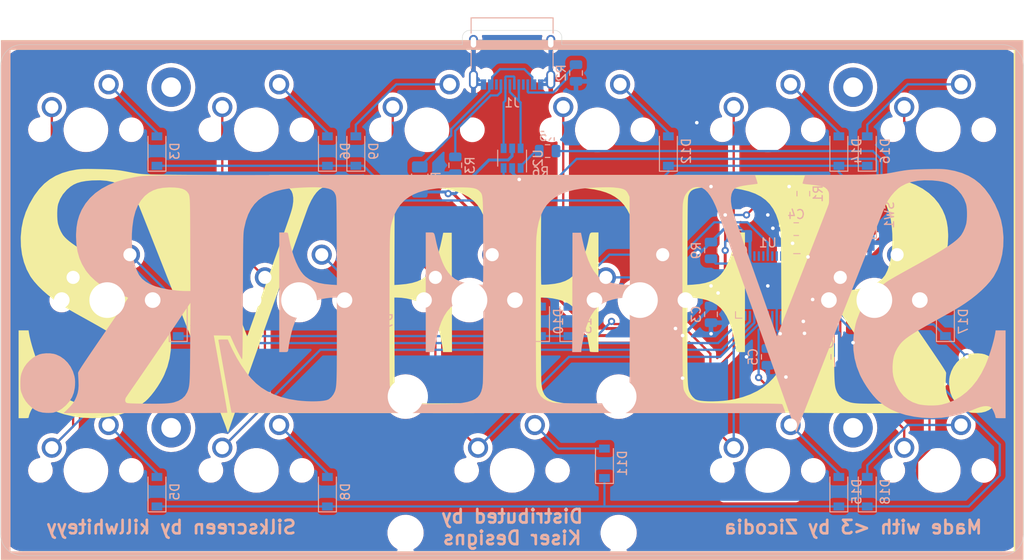
<source format=kicad_pcb>
(kicad_pcb (version 20211014) (generator pcbnew)
  (layers (0 "F.Cu" signal) (31 "B.Cu" signal) (34 "B.Paste" user) (35 "F.Paste" user) (36 "B.SilkS" user "B.Silkscreen") (37 "F.SilkS" user "F.Silkscreen") (38 "B.Mask" user) (39 "F.Mask" user) (44 "Edge.Cuts" user))
  (net 0 "")
  (net 1 "XTAL2")
  (net 2 "XTAL1")
  (net 3 "VBUS")
  (net 4 "Row2")
  (net 5 "Row1")
  (net 6 "Row0")
  (net 7 "Reset")
  (net 8 "Net-(R9-Pad2)")
  (net 9 "Net-(R6-Pad1)")
  (net 10 "Net-(R5-Pad1)")
  (net 11 "Net-(J1-PadB5)")
  (net 12 "Net-(J1-PadA5)")
  (net 13 "Net-(D9-Pad2)")
  (net 14 "Net-(D8-Pad2)")
  (net 15 "Net-(D7-Pad2)")
  (net 16 "Net-(D6-Pad2)")
  (net 17 "Net-(D5-Pad2)")
  (net 18 "Net-(D4-Pad2)")
  (net 19 "Net-(D3-Pad2)")
  (net 20 "Net-(D18-Pad2)")
  (net 21 "Net-(D17-Pad2)")
  (net 22 "Net-(D16-Pad2)")
  (net 23 "Net-(D15-Pad2)")
  (net 24 "Net-(D14-Pad2)")
  (net 25 "Net-(D13-Pad2)")
  (net 26 "Net-(D12-Pad2)")
  (net 27 "Net-(D11-Pad2)")
  (net 28 "Net-(D10-Pad2)")
  (net 29 "Net-(C7-Pad1)")
  (net 30 "GND")
  (net 31 "D_BUS-")
  (net 32 "D_BUS+")
  (net 33 "D-")
  (net 34 "D+")
  (net 35 "Col5")
  (net 36 "Col4")
  (net 37 "Col3")
  (net 38 "Col2")
  (net 39 "Col1")
  (net 40 "Col0")
  (net 41 "+5V")
  (footprint "MX_Only:MXOnly-1U-NoLED" (layer "F.Cu") (at 35.71875 126.20625)
    (fp_text reference "MX1")
    (fp_text value "MX-NoLED")
  )
  (footprint "MX_Only:MXOnly-1.25U-NoLED" (layer "F.Cu") (at 38.1 145.25625)
    (fp_text reference "MX2")
    (fp_text value "MX-NoLED")
  )
  (footprint "MX_Only:MXOnly-1U-NoLED" (layer "F.Cu") (at 35.71875 164.30625)
    (fp_text reference "MX3")
    (fp_text value "MX-NoLED")
  )
  (footprint "MX_Only:MXOnly-1U-NoLED" (layer "F.Cu") (at 54.76875 126.20625)
    (fp_text reference "MX4")
    (fp_text value "MX-NoLED")
  )
  (footprint "MX_Only:MXOnly-1U-NoLED" (layer "F.Cu") (at 59.53125 145.25625)
    (fp_text reference "MX5")
    (fp_text value "MX-NoLED")
  )
  (footprint "MX_Only:MXOnly-1U-NoLED" (layer "F.Cu") (at 54.76875 164.30625)
    (fp_text reference "MX6")
    (fp_text value "MX-NoLED")
  )
  (footprint "MX_Only:MXOnly-1U-NoLED" (layer "F.Cu") (at 73.81875 126.20625)
    (fp_text reference "MX7")
    (fp_text value "MX-NoLED")
  )
  (footprint "MX_Only:MXOnly-1U-NoLED" (layer "F.Cu") (at 78.58125 145.25625)
    (fp_text reference "MX8")
    (fp_text value "MX-NoLED")
  )
  (footprint "MX_Only:MXOnly-2U-ReversedStabilizers-NoLED" (layer "F.Cu") (at 83.34375 164.30625)
    (fp_text reference "MX9")
    (fp_text value "MX-NoLED")
  )
  (footprint "MX_Only:MXOnly-1U-NoLED" (layer "F.Cu") (at 97.63125 145.25625)
    (fp_text reference "MX11")
    (fp_text value "MX-NoLED")
  )
  (footprint "MX_Only:MXOnly-1U-NoLED" (layer "F.Cu") (at 111.91875 126.20625)
    (fp_text reference "MX12")
    (fp_text value "MX-NoLED")
  )
  (footprint "MX_Only:MXOnly-1U-NoLED" (layer "F.Cu") (at 130.96875 126.20625)
    (fp_text reference "MX14")
    (fp_text value "MX-NoLED")
  )
  (footprint "MX_Only:MXOnly-1.75U-NoLED" (layer "F.Cu") (at 123.825 145.25625)
    (fp_text reference "MX15")
    (fp_text value "MX-NoLED")
  )
  (footprint "MX_Only:MXOnly-1U-NoLED" (layer "F.Cu") (at 130.96875 164.30625)
    (fp_text reference "MX16")
    (fp_text value "MX-NoLED")
  )
  (footprint "MX_Only:MXOnly-1U-NoLED" (layer "F.Cu") (at 92.86875 126.20625)
    (fp_text reference "MX10")
    (fp_text value "MX-NoLED")
  )
  (footprint "MX_Only:MXOnly-1U-NoLED" (layer "F.Cu") (at 111.91875 164.30625)
    (fp_text reference "MX13")
    (fp_text value "MX-NoLED")
  )
  (footprint "cftkb:MountingHole_2.2mm_M2_Pad" (layer "F.Cu") (at 121.44375 121.44375)
    (fp_text reference "REF**" hide)
    (fp_text value "MountingHole_2.2mm_M2_Pad")
  )
  (footprint "cftkb:MountingHole_2.2mm_M2_Pad" (layer "F.Cu") (at 45.24375 159.54375)
    (fp_text reference "REF**" hide)
    (fp_text value "MountingHole_2.2mm_M2_Pad")
  )
  (footprint "cftkb:MountingHole_2.2mm_M2_Pad" (layer "F.Cu") (at 121.44375 159.54375)
    (fp_text reference "REF**" hide)
    (fp_text value "MountingHole_2.2mm_M2_Pad")
  )
  (footprint "" (layer "F.Cu") (at 45.24375 121.44375)
    (fp_text reference "")
    (fp_text value "")
  )
  (footprint "LOGO" (layer "F.Cu") (at 83.34375 145.25625)
    (fp_text reference "G***")
    (fp_text value "LOGO" hide)
  )
  (footprint "Capacitor_SMD:C_0504_1310Metric" (layer "B.Cu") (at 117.58 143.31 90)
    (fp_text reference "C7")
    (fp_text value "1uF")
  )
  (footprint "Diode_SMD:D_SOD-123" (layer "B.Cu") (at 43.65625 128.5875 90)
    (fp_text reference "D3")
    (fp_text value "D_Small")
  )
  (footprint "Diode_SMD:D_SOD-123" (layer "B.Cu") (at 46.0375 147.6375 90)
    (fp_text reference "D4")
    (fp_text value "D_Small")
  )
  (footprint "Diode_SMD:D_SOD-123" (layer "B.Cu") (at 43.65625 166.6875 90)
    (fp_text reference "D5")
    (fp_text value "D_Small")
  )
  (footprint "Diode_SMD:D_SOD-123" (layer "B.Cu") (at 62.70625 128.5875 90)
    (fp_text reference "D6")
    (fp_text value "D_Small")
  )
  (footprint "Diode_SMD:D_SOD-123" (layer "B.Cu") (at 67.46875 147.6375 90)
    (fp_text reference "D7")
    (fp_text value "D_Small")
  )
  (footprint "Diode_SMD:D_SOD-123" (layer "B.Cu") (at 62.70625 166.6875 90)
    (fp_text reference "D8")
    (fp_text value "D_Small")
  )
  (footprint "Diode_SMD:D_SOD-123" (layer "B.Cu") (at 65.88125 128.5875 90)
    (fp_text reference "D9")
    (fp_text value "D_Small")
  )
  (footprint "Diode_SMD:D_SOD-123" (layer "B.Cu") (at 86.51875 147.6375 90)
    (fp_text reference "D10")
    (fp_text value "D_Small")
  )
  (footprint "Diode_SMD:D_SOD-123" (layer "B.Cu") (at 93.6625 163.5125 90)
    (fp_text reference "D11")
    (fp_text value "D_Small")
  )
  (footprint "Diode_SMD:D_SOD-123" (layer "B.Cu") (at 100.80625 128.5875 90)
    (fp_text reference "D12")
    (fp_text value "D_Small")
  )
  (footprint "Diode_SMD:D_SOD-123" (layer "B.Cu") (at 119.85625 128.5875 90)
    (fp_text reference "D14")
    (fp_text value "D_Small")
  )
  (footprint "Diode_SMD:D_SOD-123" (layer "B.Cu") (at 119.85625 166.6875 90)
    (fp_text reference "D15")
    (fp_text value "D_Small")
  )
  (footprint "Diode_SMD:D_SOD-123" (layer "B.Cu") (at 123.03125 128.5875 90)
    (fp_text reference "D16")
    (fp_text value "D_Small")
  )
  (footprint "Diode_SMD:D_SOD-123" (layer "B.Cu") (at 131.7625 147.6375 90)
    (fp_text reference "D17")
    (fp_text value "D_Small")
  )
  (footprint "Resistor_SMD:R_0805_2012Metric" (layer "B.Cu") (at 115.8875 133.35 90)
    (fp_text reference "R1")
    (fp_text value "10k")
  )
  (footprint "Resistor_SMD:R_0805_2012Metric" (layer "B.Cu") (at 90.4875 119.85625 -90)
    (fp_text reference "R2")
    (fp_text value "5.1k")
  )
  (footprint "Resistor_SMD:R_0805_2012Metric" (layer "B.Cu") (at 76.99375 130.175 90)
    (fp_text reference "R3")
    (fp_text value "5.1k")
  )
  (footprint "Resistor_SMD:R_0805_2012Metric" (layer "B.Cu") (at 87.3125 128.5875 180)
    (fp_text reference "R5")
    (fp_text value "22")
  )
  (footprint "Resistor_SMD:R_0805_2012Metric" (layer "B.Cu") (at 86.51875 132.55625 180)
    (fp_text reference "R6")
    (fp_text value "22")
  )
  (footprint "random-keyboard-parts:SKQG-1155865" (layer "B.Cu") (at 121.44375 135.73125 -90)
    (fp_text reference "SW1")
    (fp_text value "SW_Push")
  )
  (footprint "Package_DFN_QFN:QFN-44-1EP_7x7mm_P0.5mm_EP5.2x5.2mm" (layer "B.Cu") (at 111.91875 143.66875 180)
    (fp_text reference "U1")
    (fp_text value "ATmega32U4-MU")
  )
  (footprint "Crystal:Crystal_SMD_3225-4Pin_3.2x2.5mm" (layer "B.Cu") (at 115.09375 151.60625)
    (fp_text reference "Y1")
    (fp_text value "16 MHz")
  )
  (footprint "Fuse:Fuse_1206_3216Metric" (layer "B.Cu") (at 73.025 131.7625 90)
    (fp_text reference "F1")
    (fp_text value "500mA")
  )
  (footprint "Diode_SMD:D_SOD-123" (layer "B.Cu") (at 89.69375 147.6375 90)
    (fp_text reference "D13")
    (fp_text value "D_Small")
  )
  (footprint "Diode_SMD:D_SOD-123" (layer "B.Cu") (at 123.03125 166.6875 90)
    (fp_text reference "D18")
    (fp_text value "D_Small")
  )
  (footprint "Capacitor_SMD:C_0805_2012Metric" (layer "B.Cu") (at 118.26875 151.60625 -90)
    (fp_text reference "C6")
    (fp_text value "22pF")
  )
  (footprint "Capacitor_SMD:C_0805_2012Metric" (layer "B.Cu") (at 108.74375 138.1125)
    (fp_text reference "C1")
    (fp_text value "0.1uF")
  )
  (footprint "USB_Connectors:USB_C_Receptacle_XKB_U262-16XN-4BVC11" (layer "B.Cu") (at 83.34375 117.475)
    (fp_text reference "J1")
    (fp_text value "USB_C_Receptacle_USB2.0")
  )
  (footprint "Package_TO_SOT_SMD:SOT-23-6" (layer "B.Cu") (at 83.34375 129.38125 90)
    (fp_text reference "U2")
    (fp_text value "USBLC6-2SC6")
  )
  (footprint "Capacitor_SMD:C_0805_2012Metric" (layer "B.Cu") (at 111.91875 151.60625 -90)
    (fp_text reference "C5")
    (fp_text value "22pF")
  )
  (footprint "Capacitor_SMD:C_0805_2012Metric" (layer "B.Cu") (at 105.56875 146.84375 -90)
    (fp_text reference "C3")
    (fp_text value "0.1uF")
  )
  (footprint "Capacitor_SMD:C_0805_2012Metric" (layer "B.Cu") (at 115.09375 137.31875 180)
    (fp_text reference "C4")
    (fp_text value "10uF")
  )
  (footprint "Capacitor_SMD:C_0805_2012Metric" (layer "B.Cu") (at 118.4125 148.43125)
    (fp_text reference "C2")
    (fp_text value "0.1uF")
  )
  (footprint "Resistor_SMD:R_0805_2012Metric" (layer "B.Cu") (at 105.56875 139.7 -90)
    (fp_text reference "R9")
    (fp_text value "10k")
  )
  (footprint "LOGO" (layer "B.Cu") (at 83.34375 145.25625 180)
    (fp_text reference "G***")
    (fp_text value "LOGO" hide)
  )
  (gr_line (start 138.1125 116.68125) (end 88.9 116.68125) (layer "Edge.Cuts") (width 0.05))
  (gr_arc (start 140.49375 171.45) (mid 139.796298 173.133798) (end 138.1125 173.83125) (layer "Edge.Cuts") (width 0.05))
  (gr_line (start 88.10625 115.09375) (end 78.58125 115.09375) (layer "Edge.Cuts") (width 0.05))
  (gr_line (start 140.49375 171.45) (end 140.49375 119.0625) (layer "Edge.Cuts") (width 0.05))
  (gr_line (start 26.19375 119.0625) (end 26.19375 171.45) (layer "Edge.Cuts") (width 0.05))
  (gr_arc (start 28.575 173.83125) (mid 26.891202 173.133798) (end 26.19375 171.45) (layer "Edge.Cuts") (width 0.05))
  (gr_line (start 28.575 173.83125) (end 138.1125 173.83125) (layer "Edge.Cuts") (width 0.05))
  (gr_line (start 88.9 116.68125) (end 88.9 115.8875) (layer "Edge.Cuts") (width 0.05))
  (gr_arc (start 88.10625 115.09375) (mid 88.667516 115.326234) (end 88.9 115.8875) (layer "Edge.Cuts") (width 0.05))
  (gr_arc (start 26.19375 119.0625) (mid 26.891202 117.378702) (end 28.575 116.68125) (layer "Edge.Cuts") (width 0.05))
  (gr_line (start 77.7875 116.68125) (end 28.575 116.68125) (layer "Edge.Cuts") (width 0.05))
  (gr_arc (start 138.1125 116.68125) (mid 139.796298 117.378702) (end 140.49375 119.0625) (layer "Edge.Cuts") (width 0.05))
  (gr_arc (start 77.7875 115.8875) (mid 78.019984 115.326234) (end 78.58125 115.09375) (layer "Edge.Cuts") (width 0.05))
  (gr_line (start 77.7875 115.8875) (end 77.7875 116.68125) (layer "Edge.Cuts") (width 0.05))
  (gr_text "Silkscreen by killwhiteyy" (at 45.24375 170.65625) (layer "B.SilkS") (effects (font (size 1.5 1.5) (thickness 0.3)) (justify mirror)))
  (gr_text "Made with <3 by Zicodia" (at 121.44375 170.65625) (layer "B.SilkS") (effects (font (size 1.5 1.5) (thickness 0.3)) (justify mirror)))
  (gr_text "Distributed by\nKiser Designs" (at 83.34375 170.65625) (layer "B.SilkS") (effects (font (size 1.5 1.5) (thickness 0.3)) (justify mirror)))
  (segment (start 119.29576 150.188582) (end 119.29576 151.51674) (width 0.254) (layer "B.Cu") (net 1))
  (segment (start 112.41875 149.432542) (end 112.815457 149.829249) (width 0.254) (layer "B.Cu") (net 1))
  (segment (start 118.936427 149.829249) (end 119.29576 150.188582) (width 0.254) (layer "B.Cu") (net 1))
  (segment (start 119.29576 151.51674) (end 118.26875 152.54375) (width 0.254) (layer "B.Cu") (net 1))
  (segment (start 118.18125 152.45625) (end 118.26875 152.54375) (width 0.254) (layer "B.Cu") (net 1))
  (segment (start 112.41875 147.00625) (end 112.41875 149.432542) (width 0.254) (layer "B.Cu") (net 1))
  (segment (start 116.19375 152.45625) (end 118.18125 152.45625) (width 0.254) (layer "B.Cu") (net 1))
  (segment (start 112.815457 149.829249) (end 118.936427 149.829249) (width 0.254) (layer "B.Cu") (net 1))
  (segment (start 113.90625 150.66875) (end 113.99375 150.75625) (width 0.254) (layer "B.Cu") (net 2))
  (segment (start 111.91875 150.66875) (end 111.91875 147.00625) (width 0.254) (layer "B.Cu") (net 2))
  (segment (start 111.91875 150.66875) (end 113.90625 150.66875) (width 0.254) (layer "B.Cu") (net 2))
  (segment (start 73.025 130.3625) (end 76.53974 126.84776) (width 0.254) (layer "B.Cu") (net 3))
  (segment (start 81.997149 119.427999) (end 84.705749 119.427999) (width 0.254) (layer "B.Cu") (net 3))
  (segment (start 84.705749 119.427999) (end 85.59375 120.316) (width 0.254) (layer "B.Cu") (net 3))
  (segment (start 76.53974 126.12401) (end 80.79375 121.87) (width 0.254) (layer "B.Cu") (net 3))
  (segment (start 85.59375 120.316) (end 85.59375 121.145) (width 0.254) (layer "B.Cu") (net 3))
  (segment (start 81.116749 120.308399) (end 81.997149 119.427999) (width 0.254) (layer "B.Cu") (net 3))
  (segment (start 85.89375 121.145) (end 85.59375 121.145) (width 0.254) (layer "B.Cu") (net 3))
  (segment (start 80.79375 121.145) (end 81.116749 120.822001) (width 0.254) (layer "B.Cu") (net 3))
  (segment (start 81.116749 120.822001) (end 81.116749 120.308399) (width 0.254) (layer "B.Cu") (net 3))
  (segment (start 80.79375 121.87) (end 80.79375 121.145) (width 0.254) (layer "B.Cu") (net 3))
  (segment (start 76.53974 126.84776) (end 76.53974 126.12401) (width 0.254) (layer "B.Cu") (net 3))
  (segment (start 124.862712 148.43125) (end 121.10125 148.43125) (width 0.254) (layer "B.Cu") (net 4))
  (segment (start 121.10125 148.43125) (end 120.006568 147.336568) (width 0.254) (layer "B.Cu") (net 4))
  (segment (start 116.188432 146.910989) (end 115.998489 146.910989) (width 0.254) (layer "B.Cu") (net 4))
  (segment (start 137.84 161.408538) (end 124.862712 148.43125) (width 0.254) (layer "B.Cu") (net 4))
  (segment (start 115.998489 146.910989) (end 115.25625 146.16875) (width 0.254) (layer "B.Cu") (net 4))
  (segment (start 93.648122 168.3375) (end 43.65625 168.3375) (width 0.254) (layer "B.Cu") (net 4))
  (segment (start 93.6625 168.323122) (end 93.648122 168.3375) (width 0.254) (layer "B.Cu") (net 4))
  (segment (start 137.84 164.86) (end 137.84 161.408538) (width 0.254) (layer "B.Cu") (net 4))
  (segment (start 116.614011 147.336568) (end 116.188432 146.910989) (width 0.254) (layer "B.Cu") (net 4))
  (segment (start 120.006568 147.336568) (end 116.614011 147.336568) (width 0.254) (layer "B.Cu") (net 4))
  (segment (start 93.6625 165.1625) (end 93.6625 168.323122) (width 0.254) (layer "B.Cu") (net 4))
  (segment (start 123.03125 168.3375) (end 93.648122 168.3375) (width 0.254) (layer "B.Cu") (net 4))
  (segment (start 123.03125 168.3375) (end 134.3625 168.3375) (width 0.254) (layer "B.Cu") (net 4))
  (segment (start 134.3625 168.3375) (end 137.84 164.86) (width 0.254) (layer "B.Cu") (net 4))
  (segment (start 105.21 153.786193) (end 105.21 165.43) (width 0.254) (layer "F.Cu") (net 5))
  (segment (start 128.598329 163.324388) (end 129.986888 161.935829) (width 0.254) (layer "F.Cu") (net 5))
  (segment (start 101.299068 147.704739) (end 101.949451 147.704739) (width 0.254) (layer "F.Cu") (net 5))
  (segment (start 107.02 167.24) (end 115.015361 167.24) (width 0.254) (layer "F.Cu") (net 5))
  (segment (start 105.501511 153.494682) (end 105.21 153.786193) (width 0.254) (layer "F.Cu") (net 5))
  (segment (start 115.015361 167.24) (end 115.62821 166.627151) (width 0.254) (layer "F.Cu") (net 5))
  (segment (start 101.064177 147.93963) (end 101.299068 147.704739) (width 0.254) (layer "F.Cu") (net 5))
  (segment (start 129.986888 161.935829) (end 129.986888 155.763112) (width 0.254) (layer "F.Cu") (net 5))
  (segment (start 115.62821 166.627151) (end 127.25929 166.627151) (width 0.254) (layer "F.Cu") (net 5))
  (segment (start 94.75838 147.93963) (end 101.064177 147.93963) (width 0.254) (layer "F.Cu") (net 5))
  (segment (start 128.598329 165.288112) (end 128.598329 163.324388) (width 0.254) (layer "F.Cu") (net 5))
  (segment (start 101.949451 147.704739) (end 105.501511 151.256799) (width 0.254) (layer "F.Cu") (net 5))
  (segment (start 127.25929 166.627151) (end 128.598329 165.288112) (width 0.254) (layer "F.Cu") (net 5))
  (segment (start 94.45625 147.6375) (end 94.75838 147.93963) (width 0.254) (layer "F.Cu") (net 5))
  (segment (start 129.986888 155.763112) (end 134.14375 151.60625) (width 0.254) (layer "F.Cu") (net 5))
  (segment (start 105.501511 151.256799) (end 105.501511 153.494682) (width 0.254) (layer "F.Cu") (net 5))
  (segment (start 105.21 165.43) (end 107.02 167.24) (width 0.254) (layer "F.Cu") (net 5))
  (via (at 94.45625 147.6375) (size 0.8) (drill 0.4) (layers "F.Cu" "B.Cu") (net 5))
  (via (at 134.14375 151.60625) (size 0.8) (drill 0.4) (layers "F.Cu" "B.Cu") (net 5))
  (segment (start 116.2 146.398741) (end 116.317558 146.398741) (width 0.254) (layer "B.Cu") (net 5))
  (segment (start 92.80625 149.2875) (end 94.45625 147.6375) (width 0.254) (layer "B.Cu") (net 5))
  (segment (start 115.25625 144.66875) (end 115.92875 144.66875) (width 0.254) (layer "B.Cu") (net 5))
  (segment (start 89.69375 149.2875) (end 92.80625 149.2875) (width 0.254) (layer "B.Cu") (net 5))
  (segment (start 120.194422 146.883048) (end 121.289104 147.97773) (width 0.254) (layer "B.Cu") (net 5))
  (segment (start 116.801865 146.883048) (end 120.194422 146.883048) (width 0.254) (layer "B.Cu") (net 5))
  (segment (start 134.14375 151.60625) (end 131.825 149.2875) (width 0.254) (layer "B.Cu") (net 5))
  (segment (start 116.2 144.94) (end 116.2 146.398741) (width 0.254) (layer "B.Cu") (net 5))
  (segment (start 115.92875 144.66875) (end 116.2 144.94) (width 0.254) (layer "B.Cu") (net 5))
  (segment (start 121.289104 147.97773) (end 130.45273 147.97773) (width 0.254) (layer "B.Cu") (net 5))
  (segment (start 131.825 149.2875) (end 131.7625 149.2875) (width 0.254) (layer "B.Cu") (net 5))
  (segment (start 130.45273 147.97773) (end 131.7625 149.2875) (width 0.254) (layer "B.Cu") (net 5))
  (segment (start 116.317558 146.398741) (end 116.376286 146.457469) (width 0.254) (layer "B.Cu") (net 5))
  (segment (start 89.69375 149.2875) (end 46.0375 149.2875) (width 0.254) (layer "B.Cu") (net 5))
  (segment (start 116.801865 146.883048) (end 116.376286 146.457469) (width 0.254) (layer "B.Cu") (net 5))
  (segment (start 116.376286 146.457469) (end 116.35 146.457469) (width 0.254) (layer "B.Cu") (net 5))
  (segment (start 100.80625 130.2375) (end 100.80625 130.9415) (width 0.254) (layer "B.Cu") (net 6))
  (segment (start 119.85625 130.2375) (end 100.80625 130.2375) (width 0.254) (layer "B.Cu") (net 6))
  (segment (start 119.85625 130.9415) (end 120.65 131.73525) (width 0.254) (layer "B.Cu") (net 6))
  (segment (start 120.65 131.73525) (end 120.65 135.045778) (width 0.254) (layer "B.Cu") (net 6))
  (segment (start 115.25625 140.439528) (end 115.25625 140.94375) (width 0.254) (layer "B.Cu") (net 6))
  (segment (start 65.88125 130.2375) (end 43.65625 130.2375) (width 0.254) (layer "B.Cu") (net 6))
  (segment (start 119.85625 130.2375) (end 119.85625 130.9415) (width 0.254) (layer "B.Cu") (net 6))
  (segment (start 100.80625 130.9415) (end 97.63324 134.11451) (width 0.254) (layer "B.Cu") (net 6))
  (segment (start 123.03125 130.2375) (end 119.85625 130.2375) (width 0.254) (layer "B.Cu") (net 6))
  (segment (start 120.65 135.045778) (end 115.25625 140.439528) (width 0.254) (layer "B.Cu") (net 6))
  (segment (start 97.63324 134.11451) (end 70.61226 134.11451) (width 0.254) (layer "B.Cu") (net 6))
  (segment (start 66.73525 130.2375) (end 65.88125 130.2375) (width 0.254) (layer "B.Cu") (net 6))
  (segment (start 70.61226 134.11451) (end 66.73525 130.2375) (width 0.254) (layer "B.Cu") (net 6))
  (segment (start 115.25625 140.94375) (end 115.25625 141.16875) (width 0.254) (layer "B.Cu") (net 6))
  (segment (start 113.572999 133.283251) (end 114.3 132.55625) (width 0.254) (layer "F.Cu") (net 7))
  (segment (start 115.8875 147.6375) (end 113.572999 145.322999) (width 0.254) (layer "F.Cu") (net 7))
  (segment (start 113.572999 145.322999) (end 113.572999 133.283251) (width 0.254) (layer "F.Cu") (net 7))
  (via (at 115.8875 147.6375) (size 0.8) (drill 0.4) (layers "F.Cu" "B.Cu") (net 7))
  (via (at 114.3 132.55625) (size 0.8) (drill 0.4) (layers "F.Cu" "B.Cu") (net 7))
  (segment (start 113.91875 147.64375) (end 114.14576 147.87076) (width 0.254) (layer "B.Cu") (net 7))
  (segment (start 114.3 132.55625) (end 115.74375 132.55625) (width 0.254) (layer "B.Cu") (net 7))
  (segment (start 113.91875 147.00625) (end 113.91875 147.64375) (width 0.254) (layer "B.Cu") (net 7))
  (segment (start 114.14576 147.87076) (end 115.65424 147.87076) (width 0.254) (layer "B.Cu") (net 7))
  (segment (start 115.74375 132.55625) (end 115.8875 132.4125) (width 0.254) (layer "B.Cu") (net 7))
  (segment (start 119.59375 132.63125) (end 116.10625 132.63125) (width 0.254) (layer "B.Cu") (net 7))
  (segment (start 116.10625 132.63125) (end 115.8875 132.4125) (width 0.254) (layer "B.Cu") (net 7))
  (segment (start 115.65424 147.87076) (end 115.8875 147.6375) (width 0.254) (layer "B.Cu") (net 7))
  (segment (start 106.1 141.16875) (end 105.56875 140.6375) (width 0.254) (layer "B.Cu") (net 8))
  (segment (start 108.58125 141.16875) (end 106.1 141.16875) (width 0.254) (layer "B.Cu") (net 8))
  (segment (start 90.552001 129.460499) (end 123.892851 129.460499) (width 0.254) (layer "B.Cu") (net 9))
  (segment (start 116.17125 142.16875) (end 115.25625 142.16875) (width 0.254) (layer "B.Cu") (net 9))
  (segment (start 124.105351 133.858251) (end 122.528147 133.858251) (width 0.254) (layer "B.Cu") (net 9))
  (segment (start 122.528147 133.858251) (end 117.24 139.146398) (width 0.254) (layer "B.Cu") (net 9))
  (segment (start 87.45625 132.55625) (end 90.552001 129.460499) (width 0.254) (layer "B.Cu") (net 9))
  (segment (start 124.170751 129.738399) (end 124.170751 133.792851) (width 0.254) (layer "B.Cu") (net 9))
  (segment (start 117.24 139.146398) (end 117.24 141.1) (width 0.254) (layer "B.Cu") (net 9))
  (segment (start 124.170751 133.792851) (end 124.105351 133.858251) (width 0.254) (layer "B.Cu") (net 9))
  (segment (start 123.892851 129.460499) (end 124.170751 129.738399) (width 0.254) (layer "B.Cu") (net 9))
  (segment (start 117.24 141.1) (end 116.17125 142.16875) (width 0.254) (layer "B.Cu") (net 9))
  (segment (start 122.049313 138.530687) (end 118.560711 142.019289) (width 0.254) (layer "B.Cu") (net 10))
  (segment (start 123.661226 128.5875) (end 124.624271 129.550545) (width 0.254) (layer "B.Cu") (net 10))
  (segment (start 122.049313 137.780687) (end 122.049313 138.530687) (width 0.254) (layer "B.Cu") (net 10))
  (segment (start 116.967283 142.019289) (end 116.317822 142.66875) (width 0.254) (layer "B.Cu") (net 10))
  (segment (start 124.624271 135.205729) (end 122.049313 137.780687) (width 0.254) (layer "B.Cu") (net 10))
  (segment (start 116.317822 142.66875) (end 115.25625 142.66875) (width 0.254) (layer "B.Cu") (net 10))
  (segment (start 88.25 128.5875) (end 123.661226 128.5875) (width 0.254) (layer "B.Cu") (net 10))
  (segment (start 118.560711 142.019289) (end 116.967283 142.019289) (width 0.254) (layer "B.Cu") (net 10))
  (segment (start 124.624271 129.550545) (end 124.624271 135.205729) (width 0.254) (layer "B.Cu") (net 10))
  (segment (start 89.46049 120.502828) (end 89.46049 119.94576) (width 0.254) (layer "B.Cu") (net 11))
  (segment (start 87.916317 122.047001) (end 89.46049 120.502828) (width 0.254) (layer "B.Cu") (net 11))
  (segment (start 85.09375 121.958602) (end 85.182149 122.047001) (width 0.254) (layer "B.Cu") (net 11))
  (segment (start 85.09375 121.145) (end 85.09375 121.958602) (width 0.254) (layer "B.Cu") (net 11))
  (segment (start 89.46049 119.94576) (end 89.931263 119.474987) (width 0.254) (layer "B.Cu") (net 11))
  (segment (start 89.931263 119.474987) (end 90.4875 118.91875) (width 0.254) (layer "B.Cu") (net 11))
  (segment (start 85.182149 122.047001) (end 87.916317 122.047001) (width 0.254) (layer "B.Cu") (net 11))
  (segment (start 80.9625 122.363538) (end 81.704212 122.363538) (width 0.254) (layer "B.Cu") (net 12))
  (segment (start 76.99375 129.2375) (end 76.99375 126.332288) (width 0.254) (layer "B.Cu") (net 12))
  (segment (start 76.99375 126.332288) (end 80.9625 122.363538) (width 0.254) (layer "B.Cu") (net 12))
  (segment (start 81.704212 122.363538) (end 82.09375 121.974) (width 0.254) (layer "B.Cu") (net 12))
  (segment (start 82.09375 121.974) (end 82.09375 121.145) (width 0.254) (layer "B.Cu") (net 12))
  (segment (start 65.88125 126.9375) (end 65.88125 125.644788) (width 0.254) (layer "B.Cu") (net 13))
  (segment (start 65.88125 125.644788) (end 70.399788 121.12625) (width 0.254) (layer "B.Cu") (net 13))
  (segment (start 70.399788 121.12625) (end 74.76776 121.12625) (width 0.254) (layer "B.Cu") (net 13))
  (segment (start 74.76776 121.12625) (end 76.35875 121.12625) (width 0.254) (layer "B.Cu") (net 13))
  (segment (start 62.70625 164.62375) (end 62.70625 165.0375) (width 0.254) (layer "B.Cu") (net 14))
  (segment (start 57.30875 159.22625) (end 62.70625 164.62375) (width 0.254) (layer "B.Cu") (net 14))
  (segment (start 62.07125 140.17625) (end 67.46875 145.57375) (width 0.254) (layer "B.Cu") (net 15))
  (segment (start 67.46875 145.57375) (end 67.46875 145.9875) (width 0.254) (layer "B.Cu") (net 15))
  (segment (start 62.70625 126.52375) (end 62.70625 126.9375) (width 0.254) (layer "B.Cu") (net 16))
  (segment (start 57.30875 121.12625) (end 62.70625 126.52375) (width 0.254) (layer "B.Cu") (net 16))
  (segment (start 38.25875 159.22625) (end 43.65625 164.62375) (width 0.254) (layer "B.Cu") (net 17))
  (segment (start 43.65625 164.62375) (end 43.65625 165.0375) (width 0.254) (layer "B.Cu") (net 17))
  (segment (start 46.0375 145.57375) (end 46.0375 145.9875) (width 0.254) (layer "B.Cu") (net 18))
  (segment (start 40.64 140.17625) (end 46.0375 145.57375) (width 0.254) (layer "B.Cu") (net 18))
  (segment (start 38.25875 121.12625) (end 43.65625 126.52375) (width 0.254) (layer "B.Cu") (net 19))
  (segment (start 43.65625 126.52375) (end 43.65625 126.9375) (width 0.254) (layer "B.Cu") (net 19))
  (segment (start 123.03125 163.744788) (end 127.549788 159.22625) (width 0.254) (layer "B.Cu") (net 20))
  (segment (start 123.03125 165.0375) (end 123.03125 163.744788) (width 0.254) (layer "B.Cu") (net 20))
  (segment (start 127.549788 159.22625) (end 131.91776 159.22625) (width 0.254) (layer "B.Cu") (net 20))
  (segment (start 131.91776 159.22625) (end 133.50875 159.22625) (width 0.254) (layer "B.Cu") (net 20))
  (segment (start 126.365 140.17625) (end 131.7625 145.57375) (width 0.254) (layer "B.Cu") (net 21))
  (segment (start 131.7625 145.57375) (end 131.7625 145.9875) (width 0.254) (layer "B.Cu") (net 21))
  (segment (start 123.03125 125.644788) (end 127.549788 121.12625) (width 0.254) (layer "B.Cu") (net 22))
  (segment (start 127.549788 121.12625) (end 131.91776 121.12625) (width 0.254) (layer "B.Cu") (net 22))
  (segment (start 123.03125 126.9375) (end 123.03125 125.644788) (width 0.254) (layer "B.Cu") (net 22))
  (segment (start 131.91776 121.12625) (end 133.50875 121.12625) (width 0.254) (layer "B.Cu") (net 22))
  (segment (start 119.85625 164.62375) (end 119.85625 165.0375) (width 0.254) (layer "B.Cu") (net 23))
  (segment (start 114.45875 159.22625) (end 119.85625 164.62375) (width 0.254) (layer "B.Cu") (net 23))
  (segment (start 114.45875 121.12625) (end 119.85625 126.52375) (width 0.254) (layer "B.Cu") (net 24))
  (segment (start 119.85625 126.52375) (end 119.85625 126.9375) (width 0.254) (layer "B.Cu") (net 24))
  (segment (start 89.69375 145.9875) (end 89.69375 144.694788) (width 0.254) (layer "B.Cu") (net 25))
  (segment (start 89.69375 144.694788) (end 94.212288 140.17625) (width 0.254) (layer "B.Cu") (net 25))
  (segment (start 98.58026 140.17625) (end 100.17125 140.17625) (width 0.254) (layer "B.Cu") (net 25))
  (segment (start 94.212288 140.17625) (end 98.58026 140.17625) (width 0.254) (layer "B.Cu") (net 25))
  (segment (start 100.80625 126.52375) (end 100.80625 126.9375) (width 0.254) (layer "B.Cu") (net 26))
  (segment (start 95.40875 121.12625) (end 100.80625 126.52375) (width 0.254) (layer "B.Cu") (net 26))
  (segment (start 88.52 161.8625) (end 93.6625 161.8625) (width 0.254) (layer "B.Cu") (net 27))
  (segment (start 85.88375 159.22625) (end 88.52 161.8625) (width 0.254) (layer "B.Cu") (net 27))
  (segment (start 86.51875 145.57375) (end 86.51875 145.9875) (width 0.254) (layer "B.Cu") (net 28))
  (segment (start 81.12125 140.17625) (end 86.51875 145.57375) (width 0.254) (layer "B.Cu") (net 28))
  (segment (start 115.25625 143.66875) (end 117.39875 143.66875) (width 0.254) (layer "B.Cu") (net 29))
  (segment (start 117.39875 143.66875) (end 117.58 143.85) (width 0.254) (layer "B.Cu") (net 29))
  (segment (start 93.8909 148.43125) (end 101.6 148.43125) (width 0.3302) (layer "F.Cu") (net 30))
  (segment (start 84.1375 138.67785) (end 93.8909 148.43125) (width 0.3302) (layer "F.Cu") (net 30))
  (segment (start 84.1375 131.7625) (end 84.1375 138.67785) (width 0.3302) (layer "F.Cu") (net 30))
  (via (at 105.56875 143.66875) (size 0.8) (drill 0.4) (layers "F.Cu" "B.Cu") (net 30))
  (via (at 112.481546 137.219676) (size 0.8) (drill 0.4) (layers "F.Cu" "B.Cu") (net 30))
  (via (at 105.56875 132.55625) (size 0.8) (drill 0.4) (layers "F.Cu" "B.Cu") (net 30))
  (via (at 104.121901 139.94406) (size 0.8) (drill 0.4) (layers "F.Cu" "B.Cu") (net 30))
  (via (at 103.98125 125.4125) (size 0.8) (drill 0.4) (layers "F.Cu" "B.Cu") (net 30))
  (via (at 111.91875 135.73125) (size 0.8) (drill 0.4) (layers "F.Cu" "B.Cu") (net 30))
  (via (at 105.578534 149.01953) (size 0.8) (drill 0.4) (layers "F.Cu" "B.Cu") (net 30))
  (via (at 121.44375 150.01875) (size 0.8) (drill 0.4) (layers "F.Cu" "B.Cu") (net 30))
  (via (at 102.39375 153.9875) (size 0.8) (drill 0.4) (layers "F.Cu" "B.Cu") (net 30))
  (via (at 84.1375 131.7625) (size 0.8) (drill 0.4) (layers "F.Cu" "B.Cu") (net 30))
  (via (at 111.91875 143.66875) (size 0.8) (drill 0.4) (layers "F.Cu" "B.Cu") (net 30))
  (via (at 109.5375 151.60625) (size 0.8) (drill 0.4) (layers "F.Cu" "B.Cu") (net 30))
  (via (at 113.941212 153.861643) (size 0.8) (drill 0.4) (layers "F.Cu" "B.Cu") (net 30))
  (via (at 113.29465 149.0134) (size 0.8) (drill 0.4) (layers "F.Cu" "B.Cu") (net 30))
  (via (at 101.6 148.43125) (size 0.8) (drill 0.4) (layers "F.Cu" "B.Cu") (net 30))
  (segment (start 112.41875 143.16875) (end 111.91875 143.66875) (width 0.3302) (layer "B.Cu") (net 30))
  (segment (start 105.56875 138.7625) (end 107.28386 137.04739) (width 0.3302) (layer "B.Cu") (net 30))
  (segment (start 113.99375 153.809105) (end 113.941212 153.861643) (width 0.3302) (layer "B.Cu") (net 30))
  (segment (start 104.121901 139.94406) (end 104.50364 139.82761) (width 0.3302) (layer "B.Cu") (net 30))
  (segment (start 104.50364 139.82761) (end 105.012513 139.318737) (width 0.3302) (layer "B.Cu") (net 30))
  (segment (start 114.15625 137.31875) (end 113.91875 137.55625) (width 0.3302) (layer "B.Cu") (net 30))
  (segment (start 109.91875 140.973482) (end 111.91875 142.973482) (width 0.3302) (layer "B.Cu") (net 30))
  (segment (start 79.58875 121.145) (end 79.02375 120.58) (width 0.3302) (layer "B.Cu") (net 30))
  (segment (start 83.34375 130.48125) (end 83.34375 130.96875) (width 0.3302) (layer "B.Cu") (net 30))
  (segment (start 119.906237 148.987487) (end 119.906237 152.467323) (width 0.3302) (layer "B.Cu") (net 30))
  (segment (start 112.91875 148.6375) (end 113.29465 149.0134) (width 0.254) (layer "B.Cu") (net 30))
  (segment (start 87.09875 121.145) (end 87.66375 120.58) (width 0.3302) (layer "B.Cu") (net 30))
  (segment (start 108.777198 146.16875) (end 108.58125 146.16875) (width 0.254) (layer "B.Cu") (net 30))
  (segment (start 114.103348 152.54375) (end 115.978348 150.66875) (width 0.381) (layer "B.Cu") (net 30))
  (segment (start 111.91875 142.973482) (end 111.91875 143.66875) (width 0.3302) (layer "B.Cu") (net 30))
  (segment (start 112.91875 147.00625) (end 112.91875 144.66875) (width 0.254) (layer "B.Cu") (net 30))
  (segment (start 107.28386 137.04739) (end 108.61614 137.04739) (width 0.3302) (layer "B.Cu") (net 30))
  (segment (start 113.91875 140.33125) (end 113.91875 141.66875) (width 0.3302) (layer "B.Cu") (net 30))
  (segment (start 117.18125 143.16875) (end 115.25625 143.16875) (width 0.254) (layer "B.Cu") (net 30))
  (segment (start 79.99375 121.145) (end 79.58875 121.145) (width 0.3302) (layer "B.Cu") (net 30))
  (segment (start 112.91875 144.66875) (end 111.91875 143.66875) (width 0.254) (layer "B.Cu") (net 30))
  (segment (start 123.29375 138.83125) (end 122.99125 138.83125) (width 0.254) (layer "B.Cu") (net 30))
  (segment (start 79.99375 121.145) (end 80.278649 121.145) (width 0.3302) (layer "B.Cu") (net 30))
  (segment (start 119.906237 152.467323) (end 118.952209 153.421351) (width 0.3302) (layer "B.Cu") (net 30))
  (segment (start 87.09875 121.145) (end 86.408851 121.145) (width 0.3302) (layer "B.Cu") (net 30))
  (segment (start 117.46875 150.66875) (end 118.26875 150.66875) (width 0.381) (layer "B.Cu") (net 30))
  (segment (start 109.68125 138.1125) (end 109.91875 138.35) (width 0.3302) (layer "B.Cu") (net 30))
  (segment (start 104.50364 145.52761) (end 104.121901 139.94406) (width 0.3302) (layer "B.Cu") (net 30))
  (segment (start 113.91875 141.66875) (end 111.91875 143.66875) (width 0.3302) (layer "B.Cu") (net 30))
  (segment (start 108.804208 146.14174) (end 108.777198 146.16875) (width 0.254) (layer "B.Cu") (net 30))
  (segment (start 109.91875 138.35) (end 109.91875 140.33125) (width 0.3302) (layer "B.Cu") (net 30))
  (segment (start 117.58 142.77) (end 117.18125 143.16875) (width 0.254) (layer "B.Cu") (net 30))
  (segment (start 113.99375 152.45625) (end 113.99375 153.809105) (width 0.3302) (layer "B.Cu") (net 30))
  (segment (start 108.61614 137.04739) (end 109.125013 137.556263) (width 0.3302) (layer "B.Cu") (net 30))
  (segment (start 105.012513 139.318737) (end 105.56875 138.7625) (width 0.3302) (layer "B.Cu") (net 30))
  (segment (start 112.91875 147.00625) (end 112.91875 148.6375) (width 0.254) (layer "B.Cu") (net 30))
  (segment (start 111.91875 144.417898) (end 110.194908 146.14174) (width 0.254) (layer "B.Cu") (net 30))
  (segment (start 83.34375 130.96875) (end 84.1375 131.7625) (width 0.3302) (layer "B.Cu") (net 30))
  (segment (start 110.194908 146.14174) (end 108.804208 146.14174) (width 0.254) (layer "B.Cu") (net 30))
  (segment (start 115.978348 150.66875) (end 117.46875 150.66875) (width 0.381) (layer "B.Cu") (net 30))
  (segment (start 111.91875 152.54375) (end 114.103348 152.54375) (width 0.381) (layer "B.Cu") (net 30))
  (segment (start 109.91875 140.33125) (end 109.91875 140.973482) (width 0.3302) (layer "B.Cu") (net 30))
  (segment (start 113.29465 149.0134) (end 113.50625 149.225) (width 0.254) (layer "B.Cu") (net 30))
  (segment (start 101.6 148.43125) (end 104.50364 145.52761) (width 0.3302) (layer "B.Cu") (net 30))
  (segment (start 109.125013 137.556263) (end 109.68125 138.1125) (width 0.3302) (layer "B.Cu") (net 30))
  (segment (start 111.91875 143.66875) (end 111.91875 144.417898) (width 0.254) (layer "B.Cu") (net 30))
  (segment (start 107.21858 147.78125) (end 108.58125 146.41858) (width 0.3302) (layer "B.Cu") (net 30))
  (segment (start 105.56875 147.78125) (end 107.21858 147.78125) (width 0.3302) (layer "B.Cu") (net 30))
  (segment (start 115.058851 153.421351) (end 114.09375 152.45625) (width 0.3302) (layer "B.Cu") (net 30))
  (segment (start 113.91875 137.55625) (end 113.91875 140.33125) (width 0.3302) (layer "B.Cu") (net 30))
  (segment (start 115.25625 143.16875) (end 112.41875 143.16875) (width 0.3302) (layer "B.Cu") (net 30))
  (segment (start 119.35 148.43125) (end 119.906237 148.987487) (width 0.3302) (layer "B.Cu") (net 30))
  (segment (start 86.69375 121.145) (end 87.09875 121.145) (width 0.3302) (layer "B.Cu") (net 30))
  (segment (start 108.58125 146.41858) (end 108.58125 146.19896) (width 0.3302) (layer "B.Cu") (net 30))
  (segment (start 114.09375 152.45625) (end 113.99375 152.45625) (width 0.3302) (layer "B.Cu") (net 30))
  (segment (start 118.952209 153.421351) (end 115.058851 153.421351) (width 0.3302) (layer "B.Cu") (net 30))
  (segment (start 83.520749 120.242999) (end 82.666751 120.242999) (width 0.254) (layer "B.Cu") (net 31))
  (segment (start 82.39375 128.28125) (end 82.39375 123.158602) (width 0.254) (layer "B.Cu") (net 31))
  (segment (start 82.666751 120.242999) (end 82.59375 120.316) (width 0.254) (layer "B.Cu") (net 31))
  (segment (start 82.59375 121.974) (end 82.59375 121.145) (width 0.254) (layer "B.Cu") (net 31))
  (segment (start 83.59375 121.145) (end 83.59375 120.316) (width 0.254) (layer "B.Cu") (net 31))
  (segment (start 83.59375 120.316) (end 83.520749 120.242999) (width 0.254) (layer "B.Cu") (net 31))
  (segment (start 82.59375 122.958602) (end 82.59375 121.974) (width 0.254) (layer "B.Cu") (net 31))
  (segment (start 82.59375 120.316) (end 82.59375 121.145) (width 0.254) (layer "B.Cu") (net 31))
  (segment (start 82.39375 123.158602) (end 82.59375 122.958602) (width 0.254) (layer "B.Cu") (net 31))
  (segment (start 84.29375 128.28125) (end 84.29375 123.158602) (width 0.254) (layer "B.Cu") (net 32))
  (segment (start 83.09375 121.9875) (end 84.264852 123.158602) (width 0.254) (layer "B.Cu") (net 32))
  (segment (start 84.09375 122.958602) (end 84.09375 121.974) (width 0.254) (layer "B.Cu") (net 32))
  (segment (start 84.29375 123.158602) (end 84.09375 122.958602) (width 0.254) (layer "B.Cu") (net 32))
  (segment (start 83.09375 121.145) (end 83.09375 121.9875) (width 0.254) (layer "B.Cu") (net 32))
  (segment (start 84.09375 121.974) (end 84.09375 121.145) (width 0.254) (layer "B.Cu") (net 32))
  (segment (start 84.264852 123.158602) (end 84.29375 123.158602) (width 0.254) (layer "B.Cu") (net 32))
  (segment (start 82.39375 131.26525) (end 83.68475 132.55625) (width 0.254) (layer "B.Cu") (net 33))
  (segment (start 83.68475 132.55625) (end 84.99375 132.55625) (width 0.254) (layer "B.Cu") (net 33))
  (segment (start 82.39375 130.48125) (end 82.39375 131.26525) (width 0.254) (layer "B.Cu") (net 33))
  (segment (start 84.99375 132.55625) (end 85.58125 132.55625) (width 0.254) (layer "B.Cu") (net 33))
  (segment (start 84.45625 130.31875) (end 84.29375 130.48125) (width 0.254) (layer "B.Cu") (net 34))
  (segment (start 85.9825 128.5875) (end 86.375 128.5875) (width 0.254) (layer "B.Cu") (net 34))
  (segment (start 84.29375 130.48125) (end 84.29375 130.27625) (width 0.254) (layer "B.Cu") (net 34))
  (segment (start 84.29375 130.27625) (end 85.9825 128.5875) (width 0.254) (layer "B.Cu") (net 34))
  (segment (start 120.015 154.6225) (end 111.59399 154.6225) (width 0.254) (layer "F.Cu") (net 35))
  (segment (start 122.07875 154.6225) (end 120.015 154.6225) (width 0.254) (layer "F.Cu") (net 35))
  (segment (start 127.15875 123.66625) (end 127.15875 125.25724) (width 0.254) (layer "F.Cu") (net 35))
  (segment (start 127.15875 159.7025) (end 122.07875 154.6225) (width 0.254) (layer "F.Cu") (net 35))
  (segment (start 127.15875 125.25724) (end 127.4 125.49849) (width 0.254) (layer "F.Cu") (net 35))
  (segment (start 127.4 135.33125) (end 120.015 142.71625) (width 0.254) (layer "F.Cu") (net 35))
  (segment (start 120.015 142.71625) (end 120.015 154.6225) (width 0.254) (layer "F.Cu") (net 35))
  (segment (start 111.59399 154.6225) (end 110.89174 153.92025) (width 0.254) (layer "F.Cu") (net 35))
  (segment (start 127.4 125.49849) (end 127.4 135.33125) (width 0.254) (layer "F.Cu") (net 35))
  (segment (start 127.15875 161.76625) (end 127.15875 159.7025) (width 0.254) (layer "F.Cu") (net 35))
  (via (at 110.89174 153.92025) (size 0.8) (drill 0.4) (layers "F.Cu" "B.Cu") (net 35))
  (segment (start 111.41875 148.069948) (end 110.89174 148.596958) (width 0.254) (layer "B.Cu") (net 35))
  (segment (start 111.41875 147.00625) (end 111.41875 148.069948) (width 0.254) (layer "B.Cu") (net 35))
  (segment (start 110.89174 148.596958) (end 110.89174 153.92025) (width 0.254) (layer "B.Cu") (net 35))
  (segment (start 108.10875 123.66625) (end 108.10875 150.98125) (width 0.254) (layer "F.Cu") (net 36))
  (segment (start 106.429739 152.660261) (end 106.429739 160.087239) (width 0.254) (layer "F.Cu") (net 36))
  (segment (start 106.429739 160.087239) (end 108.10875 161.76625) (width 0.254) (layer "F.Cu") (net 36))
  (segment (start 108.10875 150.98125) (end 106.429739 152.660261) (width 0.254) (layer "F.Cu") (net 36))
  (segment (start 108.10875 161.76625) (end 108.10875 150.737882) (width 0.254) (layer "B.Cu") (net 36))
  (segment (start 110.91875 147.927882) (end 110.91875 147.00625) (width 0.254) (layer "B.Cu") (net 36))
  (segment (start 108.10875 150.737882) (end 110.91875 147.927882) (width 0.254) (layer "B.Cu") (net 36))
  (segment (start 89.05875 123.66625) (end 89.05875 137.95375) (width 0.254) (layer "F.Cu") (net 37))
  (segment (start 89.05875 137.95375) (end 93.82125 142.71625) (width 0.254) (layer "F.Cu") (net 37))
  (segment (start 105.941182 136.55528) (end 109.631208 136.55528) (width 0.254) (layer "B.Cu") (net 37))
  (segment (start 99.780212 142.71625) (end 105.941182 136.55528) (width 0.254) (layer "B.Cu") (net 37))
  (segment (start 111.91875 138.842822) (end 111.91875 139.69375) (width 0.254) (layer "B.Cu") (net 37))
  (segment (start 109.631208 136.55528) (end 111.91875 138.842822) (width 0.254) (layer "B.Cu") (net 37))
  (segment (start 93.82125 142.71625) (end 99.780212 142.71625) (width 0.254) (layer "B.Cu") (net 37))
  (segment (start 111.91875 139.69375) (end 111.91875 140.33125) (width 0.254) (layer "B.Cu") (net 37))
  (segment (start 74.77125 142.71625) (end 74.77125 157.00375) (width 0.254) (layer "F.Cu") (net 38))
  (segment (start 70.00875 123.66625) (end 70.00875 137.95375) (width 0.254) (layer "F.Cu") (net 38))
  (segment (start 70.00875 137.95375) (end 74.77125 142.71625) (width 0.254) (layer "F.Cu") (net 38))
  (segment (start 74.77125 157.00375) (end 79.53375 161.76625) (width 0.254) (layer "F.Cu") (net 38))
  (segment (start 110.41875 147.785816) (end 110.41875 147.64375) (width 0.254) (layer "B.Cu") (net 38))
  (segment (start 110.41875 147.64375) (end 110.41875 147.00625) (width 0.254) (layer "B.Cu") (net 38))
  (segment (start 106.598316 151.60625) (end 110.41875 147.785816) (width 0.254) (layer "B.Cu") (net 38))
  (segment (start 89.69375 151.60625) (end 106.598316 151.60625) (width 0.254) (layer "B.Cu") (net 38))
  (segment (start 79.53375 161.76625) (end 89.69375 151.60625) (width 0.254) (layer "B.Cu") (net 38))
  (segment (start 55.72125 157.00375) (end 50.95875 161.76625) (width 0.254) (layer "F.Cu") (net 39))
  (segment (start 55.72125 142.71625) (end 55.72125 157.00375) (width 0.254) (layer "F.Cu") (net 39))
  (segment (start 50.95875 137.95375) (end 55.72125 142.71625) (width 0.254) (layer "F.Cu") (net 39))
  (segment (start 50.95875 123.66625) (end 50.95875 137.95375) (width 0.254) (layer "F.Cu") (net 39))
  (segment (start 61.9125 150.8125) (end 106.75 150.8125) (width 0.254) (layer "B.Cu") (net 39))
  (segment (start 109.91875 147.64375) (end 109.91875 147.00625) (width 0.254) (layer "B.Cu") (net 39))
  (segment (start 106.75 150.8125) (end 109.91875 147.64375) (width 0.254) (layer "B.Cu") (net 39))
  (segment (start 50.95875 161.76625) (end 61.9125 150.8125) (width 0.254) (layer "B.Cu") (net 39))
  (segment (start 31.90875 123.66625) (end 31.90875 140.335) (width 0.254) (layer "F.Cu") (net 40))
  (segment (start 31.90875 140.335) (end 34.29 142.71625) (width 0.254) (layer "F.Cu") (net 40))
  (segment (start 34.29 142.71625) (end 34.29 159.385) (width 0.254) (layer "F.Cu") (net 40))
  (segment (start 34.29 159.385) (end 31.90875 161.76625) (width 0.254) (layer "F.Cu") (net 40))
  (segment (start 43.610499 150.064501) (end 106.360499 150.064501) (width 0.254) (layer "B.Cu") (net 40))
  (segment (start 106.360499 150.064501) (end 109.41875 147.00625) (width 0.254) (layer "B.Cu") (net 40))
  (segment (start 31.90875 161.76625) (end 43.610499 150.064501) (width 0.254) (layer "B.Cu") (net 40))
  (segment (start 116.287499 148.70225) (end 116.017163 148.972586) (width 0.254) (layer "F.Cu") (net 41))
  (segment (start 116.204601 140.427001) (end 116.407001 140.427001) (width 0.254) (layer "F.Cu") (net 41))
  (segment (start 116.68125 144.26875) (end 116.68125 145.79875) (width 0.254) (layer "F.Cu") (net 41))
  (segment (start 118.995751 140.048961) (end 118.995751 136.176039) (width 0.254) (layer "F.Cu") (net 41))
  (segment (start 116.68125 142.363462) (end 116.68125 144.26875) (width 0.254) (layer "F.Cu") (net 41))
  (segment (start 116.017163 148.972586) (end 115.8875 149.102249) (width 0.254) (layer "F.Cu") (net 41))
  (segment (start 114.648961 131.829249) (end 113.439501 131.829249) (width 0.254) (layer "F.Cu") (net 41))
  (segment (start 118.995751 136.176039) (end 114.648961 131.829249) (width 0.254) (layer "F.Cu") (net 41))
  (segment (start 118.617711 140.427001) (end 116.68125 142.363462) (width 0.254) (layer "F.Cu") (net 41))
  (segment (start 113.439501 131.829249) (end 109.5375 135.73125) (width 0.254) (layer "F.Cu") (net 41))
  (segment (start 76.2 133.35) (end 76.765685 133.35) (width 0.3302) (layer "F.Cu") (net 41))
  (segment (start 116.68125 145.79875) (end 116.68125 148.308499) (width 0.254) (layer "F.Cu") (net 41))
  (segment (start 92.640685 149.225) (end 102.39375 149.225) (width 0.3302) (layer "F.Cu") (net 41))
  (segment (start 116.68125 148.308499) (end 116.287499 148.70225) (width 0.254) (layer "F.Cu") (net 41))
  (segment (start 107.15625 143.66875) (end 107.15625 139.7) (width 0.3302) (layer "F.Cu") (net 41))
  (segment (start 76.765685 133.35) (end 92.640685 149.225) (width 0.3302) (layer "F.Cu") (net 41))
  (segment (start 118.617711 140.427001) (end 118.995751 140.048961) (width 0.254) (layer "F.Cu") (net 41))
  (segment (start 107.15625 135.73125) (end 107.15625 139.7) (width 0.254) (layer "F.Cu") (net 41))
  (segment (start 116.9265 145.19069) (end 116.68125 145.43594) (width 0.254) (layer "F.Cu") (net 41))
  (segment (start 106.3625 144.4625) (end 107.15625 143.66875) (width 0.3302) (layer "F.Cu") (net 41))
  (segment (start 116.407001 140.427001) (end 118.617711 140.427001) (width 0.254) (layer "F.Cu") (net 41))
  (segment (start 114.68385 138.90625) (end 116.204601 140.427001) (width 0.254) (layer "F.Cu") (net 41))
  (segment (start 116.68125 145.43594) (end 116.68125 145.79875) (width 0.254) (layer "F.Cu") (net 41))
  (via (at 102.39375 149.225) (size 0.8) (drill 0.4) (layers "F.Cu" "B.Cu") (net 41))
  (via (at 116.9265 145.19069) (size 0.8) (drill 0.4) (layers "F.Cu" "B.Cu") (net 41))
  (via (at 109.5375 135.73125) (size 0.8) (drill 0.4) (layers "F.Cu" "B.Cu") (net 41))
  (via (at 107.15625 135.73125) (size 0.8) (drill 0.4) (layers "F.Cu" "B.Cu") (net 41))
  (via (at 116.407001 140.427001) (size 0.8) (drill 0.4) (layers "F.Cu" "B.Cu") (net 41))
  (via (at 116.017163 148.972586) (size 0.8) (drill 0.4) (layers "F.Cu" "B.Cu") (net 41))
  (via (at 114.68385 138.90625) (size 0.8) (drill 0.4) (layers "F.Cu" "B.Cu") (net 41))
  (via (at 76.2 133.35) (size 0.8) (drill 0.4) (layers "F.Cu" "B.Cu") (net 41))
  (via (at 107.15625 139.7) (size 0.8) (drill 0.4) (layers "F.Cu" "B.Cu") (net 41))
  (via (at 106.3625 144.4625) (size 0.8) (drill 0.4) (layers "F.Cu" "B.Cu") (net 41))
  (segment (start 116.03125 138.96858) (end 114.66858 140.33125) (width 0.3302) (layer "B.Cu") (net 41))
  (segment (start 105.56875 146.05) (end 105.56875 145.90625) (width 0.3302) (layer "B.Cu") (net 41))
  (segment (start 115.8875 137.175) (end 116.03125 137.31875) (width 0.3302) (layer "B.Cu") (net 41))
  (segment (start 116.02125 141.66875) (end 116.407001 141.282999) (width 0.254) (layer "B.Cu") (net 41))
  (segment (start 117.475 148.43125) (end 114.010302 148.43125) (width 0.3302) (layer "B.Cu") (net 41))
  (segment (start 102.39375 149.225) (end 105.56875 146.05) (width 0.3302) (layer "B.Cu") (net 41))
  (segment (start 105.56875 145.25625) (end 106.3625 144.4625) (width 0.3302) (layer "B.Cu") (net 41))
  (segment (start 105.80625 145.66875) (end 108.58125 145.66875) (width 0.3302) (layer "B.Cu") (net 41))
  (segment (start 109.16892 140.33125) (end 109.38854 140.33125) (width 0.3302) (layer "B.Cu") (net 41))
  (segment (start 114.41875 140.33125) (end 114.41875 139.17135) (width 0.254) (layer "B.Cu") (net 41))
  (segment (start 107.15625 138.7625) (end 107.80625 138.1125) (width 0.254) (layer "B.Cu") (net 41))
  (segment (start 109.5375 135.73125) (end 107.15625 135.73125) (width 0.254) (layer "B.Cu") (net 41))
  (segment (start 114.66858 140.33125) (end 114.44896 140.33125) (width 0.3302) (layer "B.Cu") (net 41))
  (segment (start 73.025 133.1625) (end 76.0125 133.1625) (width 0.3302) (layer "B.Cu") (net 41))
  (segment (start 107.80625 138.96858) (end 109.16892 140.33125) (width 0.3302) (layer "B.Cu") (net 41))
  (segment (start 113.41875 147.839698) (end 113.41875 147.00625) (width 0.3302) (layer "B.Cu") (net 41))
  (segment (start 107.80625 138.1125) (end 107.80625 138.96858) (width 0.3302) (layer "B.Cu") (net 41))
  (segment (start 107.15625 139.7) (end 107.15625 138.7625) (width 0.254) (layer "B.Cu") (net 41))
  (segment (start 116.03125 137.31875) (end 116.03125 138.96858) (width 0.3302) (layer "B.Cu") (net 41))
  (segment (start 82.899051 129.586149) (end 80.757601 129.586149) (width 0.3302) (layer "B.Cu") (net 41))
  (segment (start 114.41875 139.17135) (end 114.68385 138.90625) (width 0.254) (layer "B.Cu") (net 41))
  (segment (start 80.757601 129.586149) (end 76.99375 133.35) (width 0.3302) (layer "B.Cu") (net 41))
  (segment (start 76.765685 133.35) (end 76.2 133.35) (width 0.3302) (layer "B.Cu") (net 41))
  (segment (start 76.99375 133.35) (end 76.765685 133.35) (width 0.3302) (layer "B.Cu") (net 41))
  (segment (start 105.56875 145.90625) (end 105.56875 145.25625) (width 0.3302) (layer "B.Cu") (net 41))
  (segment (start 115.25625 141.66875) (end 116.02125 141.66875) (width 0.254) (layer "B.Cu") (net 41))
  (segment (start 115.25625 144.16875) (end 116.070124 144.16875) (width 0.254) (layer "B.Cu") (net 41))
  (segment (start 105.56875 145.90625) (end 105.80625 145.66875) (width 0.3302) (layer "B.Cu") (net 41))
  (segment (start 116.558499 148.43125) (end 116.017163 148.972586) (width 0.3302) (layer "B.Cu") (net 41))
  (segment (start 117.475 148.43125) (end 116.558499 148.43125) (width 0.3302) (layer "B.Cu") (net 41))
  (segment (start 116.407001 141.282999) (end 116.407001 140.427001) (width 0.254) (layer "B.Cu") (net 41))
  (segment (start 115.8875 134.2875) (end 115.8875 137.175) (width 0.3302) (layer "B.Cu") (net 41))
  (segment (start 83.34375 128.28125) (end 83.34375 129.14145) (width 0.3302) (layer "B.Cu") (net 41))
  (segment (start 116.9265 145.025126) (end 116.9265 145.19069) (width 0.254) (layer "B.Cu") (net 41))
  (segment (start 76.0125 133.1625) (end 76.2 133.35) (width 0.3302) (layer "B.Cu") (net 41))
  (segment (start 83.34375 129.14145) (end 82.899051 129.586149) (width 0.3302) (layer "B.Cu") (net 41))
  (segment (start 114.010302 148.43125) (end 113.41875 147.839698) (width 0.3302) (layer "B.Cu") (net 41))
  (segment (start 116.070124 144.16875) (end 116.9265 145.025126) (width 0.254) (layer "B.Cu") (net 41))
  (zone (net 30) (net_name "GND") (layer "F.Cu") (connect_pads (clearance 0.508)) (min_thickness 0.254) (fill yes (thermal_gap 0.508) (thermal_bridge_width 0.508))
    (polygon (pts (xy 26.19375 113.50625) (xy 26.19375 173.83125) (xy 140.49375 173.83125) (xy 140.49375 113.50625)))
  )
  (zone (net 30) (net_name "GND") (layer "B.Cu") (connect_pads (clearance 0.508)) (min_thickness 0.254) (fill yes (thermal_gap 0.508) (thermal_bridge_width 0.508))
    (polygon (pts (xy 26.19375 113.50625) (xy 26.19375 173.83125) (xy 140.49375 173.83125) (xy 140.49375 113.50625)))
  )
)
</source>
